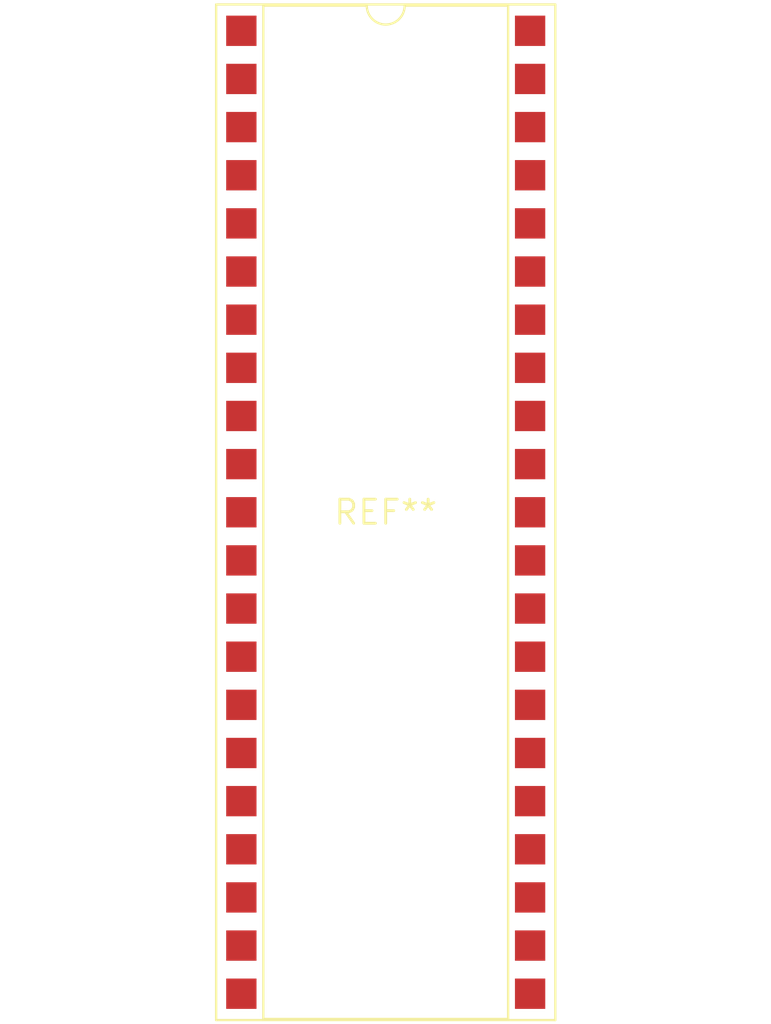
<source format=kicad_pcb>
(kicad_pcb (version 20240108) (generator pcbnew)
  (layers (0 "F.Cu" signal) (31 "B.Cu" signal) (34 "B.Paste" user) (35 "F.Paste" user) (36 "B.SilkS" user "B.Silkscreen") (37 "F.SilkS" user "F.Silkscreen") (38 "B.Mask" user) (39 "F.Mask" user) (44 "Edge.Cuts" user))
  (net 0 "")
  (footprint "DIP-42_W15.24mm_SMDSocket_SmallPads" (layer "F.Cu") (at 0 0)
    (property "Reference" "REF**")
    (property "Value" "DIP-42_W15.24mm_SMDSocket_SmallPads")
    (fp_line (start -8.95 -26.79) (end -8.95 26.79) (layer "F.SilkS") (stroke (width 0.12)))
    (fp_line (start -8.95 26.79) (end 8.95 26.79) (layer "F.SilkS") (stroke (width 0.12)))
    (fp_line (start -6.46 -26.73) (end -6.46 26.73) (layer "F.SilkS") (stroke (width 0.12)))
    (fp_line (start -6.46 26.73) (end 6.46 26.73) (layer "F.SilkS") (stroke (width 0.12)))
    (fp_line (start -1 -26.73) (end -6.46 -26.73) (layer "F.SilkS") (stroke (width 0.12)))
    (fp_line (start 6.46 -26.73) (end 1 -26.73) (layer "F.SilkS") (stroke (width 0.12)))
    (fp_line (start 6.46 26.73) (end 6.46 -26.73) (layer "F.SilkS") (stroke (width 0.12)))
    (fp_line (start 8.95 -26.79) (end -8.95 -26.79) (layer "F.SilkS") (stroke (width 0.12)))
    (fp_line (start 8.95 26.79) (end 8.95 -26.79) (layer "F.SilkS") (stroke (width 0.12)))
    (fp_arc (start 1 -26.73) (mid 0 -25.73) (end -1 -26.73) (layer "F.SilkS") (stroke (width 0.12)))
    (pad "1" smd rect (at -7.62 -25.4) (size 1.6 1.6) (layers "F.Cu" "F.Paste" "F.Mask"))
    (pad "2" smd rect (at -7.62 -22.86) (size 1.6 1.6) (layers "F.Cu" "F.Paste" "F.Mask"))
    (pad "3" smd rect (at -7.62 -20.32) (size 1.6 1.6) (layers "F.Cu" "F.Paste" "F.Mask"))
    (pad "4" smd rect (at -7.62 -17.78) (size 1.6 1.6) (layers "F.Cu" "F.Paste" "F.Mask"))
    (pad "5" smd rect (at -7.62 -15.24) (size 1.6 1.6) (layers "F.Cu" "F.Paste" "F.Mask"))
    (pad "6" smd rect (at -7.62 -12.7) (size 1.6 1.6) (layers "F.Cu" "F.Paste" "F.Mask"))
    (pad "7" smd rect (at -7.62 -10.16) (size 1.6 1.6) (layers "F.Cu" "F.Paste" "F.Mask"))
    (pad "8" smd rect (at -7.62 -7.62) (size 1.6 1.6) (layers "F.Cu" "F.Paste" "F.Mask"))
    (pad "9" smd rect (at -7.62 -5.08) (size 1.6 1.6) (layers "F.Cu" "F.Paste" "F.Mask"))
    (pad "10" smd rect (at -7.62 -2.54) (size 1.6 1.6) (layers "F.Cu" "F.Paste" "F.Mask"))
    (pad "11" smd rect (at -7.62 0) (size 1.6 1.6) (layers "F.Cu" "F.Paste" "F.Mask"))
    (pad "12" smd rect (at -7.62 2.54) (size 1.6 1.6) (layers "F.Cu" "F.Paste" "F.Mask"))
    (pad "13" smd rect (at -7.62 5.08) (size 1.6 1.6) (layers "F.Cu" "F.Paste" "F.Mask"))
    (pad "14" smd rect (at -7.62 7.62) (size 1.6 1.6) (layers "F.Cu" "F.Paste" "F.Mask"))
    (pad "15" smd rect (at -7.62 10.16) (size 1.6 1.6) (layers "F.Cu" "F.Paste" "F.Mask"))
    (pad "16" smd rect (at -7.62 12.7) (size 1.6 1.6) (layers "F.Cu" "F.Paste" "F.Mask"))
    (pad "17" smd rect (at -7.62 15.24) (size 1.6 1.6) (layers "F.Cu" "F.Paste" "F.Mask"))
    (pad "18" smd rect (at -7.62 17.78) (size 1.6 1.6) (layers "F.Cu" "F.Paste" "F.Mask"))
    (pad "19" smd rect (at -7.62 20.32) (size 1.6 1.6) (layers "F.Cu" "F.Paste" "F.Mask"))
    (pad "20" smd rect (at -7.62 22.86) (size 1.6 1.6) (layers "F.Cu" "F.Paste" "F.Mask"))
    (pad "21" smd rect (at -7.62 25.4) (size 1.6 1.6) (layers "F.Cu" "F.Paste" "F.Mask"))
    (pad "22" smd rect (at 7.62 25.4) (size 1.6 1.6) (layers "F.Cu" "F.Paste" "F.Mask"))
    (pad "23" smd rect (at 7.62 22.86) (size 1.6 1.6) (layers "F.Cu" "F.Paste" "F.Mask"))
    (pad "24" smd rect (at 7.62 20.32) (size 1.6 1.6) (layers "F.Cu" "F.Paste" "F.Mask"))
    (pad "25" smd rect (at 7.62 17.78) (size 1.6 1.6) (layers "F.Cu" "F.Paste" "F.Mask"))
    (pad "26" smd rect (at 7.62 15.24) (size 1.6 1.6) (layers "F.Cu" "F.Paste" "F.Mask"))
    (pad "27" smd rect (at 7.62 12.7) (size 1.6 1.6) (layers "F.Cu" "F.Paste" "F.Mask"))
    (pad "28" smd rect (at 7.62 10.16) (size 1.6 1.6) (layers "F.Cu" "F.Paste" "F.Mask"))
    (pad "29" smd rect (at 7.62 7.62) (size 1.6 1.6) (layers "F.Cu" "F.Paste" "F.Mask"))
    (pad "30" smd rect (at 7.62 5.08) (size 1.6 1.6) (layers "F.Cu" "F.Paste" "F.Mask"))
    (pad "31" smd rect (at 7.62 2.54) (size 1.6 1.6) (layers "F.Cu" "F.Paste" "F.Mask"))
    (pad "32" smd rect (at 7.62 0) (size 1.6 1.6) (layers "F.Cu" "F.Paste" "F.Mask"))
    (pad "33" smd rect (at 7.62 -2.54) (size 1.6 1.6) (layers "F.Cu" "F.Paste" "F.Mask"))
    (pad "34" smd rect (at 7.62 -5.08) (size 1.6 1.6) (layers "F.Cu" "F.Paste" "F.Mask"))
    (pad "35" smd rect (at 7.62 -7.62) (size 1.6 1.6) (layers "F.Cu" "F.Paste" "F.Mask"))
    (pad "36" smd rect (at 7.62 -10.16) (size 1.6 1.6) (layers "F.Cu" "F.Paste" "F.Mask"))
    (pad "37" smd rect (at 7.62 -12.7) (size 1.6 1.6) (layers "F.Cu" "F.Paste" "F.Mask"))
    (pad "38" smd rect (at 7.62 -15.24) (size 1.6 1.6) (layers "F.Cu" "F.Paste" "F.Mask"))
    (pad "39" smd rect (at 7.62 -17.78) (size 1.6 1.6) (layers "F.Cu" "F.Paste" "F.Mask"))
    (pad "40" smd rect (at 7.62 -20.32) (size 1.6 1.6) (layers "F.Cu" "F.Paste" "F.Mask"))
    (pad "41" smd rect (at 7.62 -22.86) (size 1.6 1.6) (layers "F.Cu" "F.Paste" "F.Mask"))
    (pad "42" smd rect (at 7.62 -25.4) (size 1.6 1.6) (layers "F.Cu" "F.Paste" "F.Mask"))
  )
)
</source>
